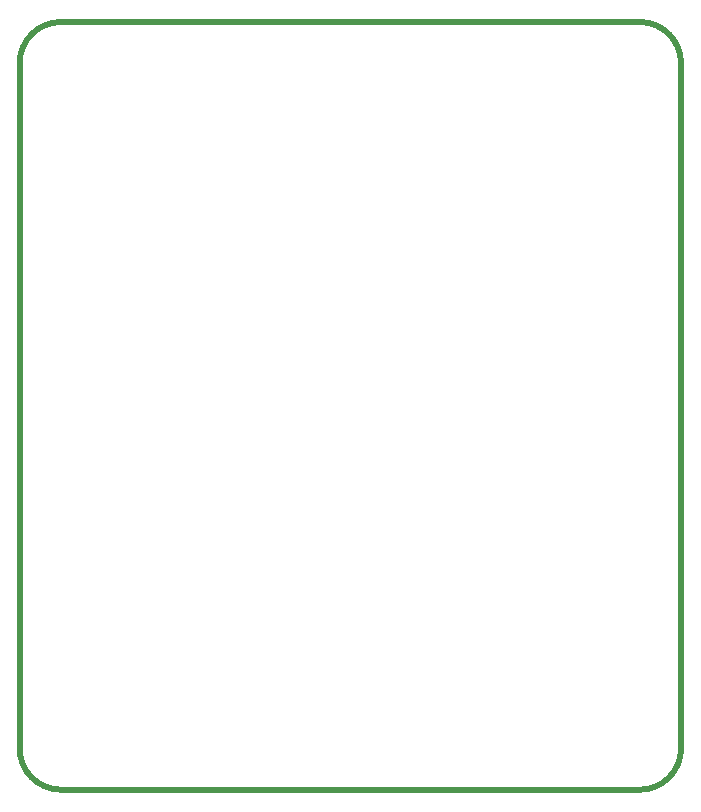
<source format=gbr>
G04 #@! TF.FileFunction,Profile,NP*
%FSLAX46Y46*%
G04 Gerber Fmt 4.6, Leading zero omitted, Abs format (unit mm)*
G04 Created by KiCad (PCBNEW 4.0.2-1.fc23-product) date Mon 23 May 2016 18:37:12 BST*
%MOMM*%
G01*
G04 APERTURE LIST*
%ADD10C,0.100000*%
%ADD11C,0.500000*%
G04 APERTURE END LIST*
D10*
D11*
X124070000Y-76100000D02*
G75*
G03X120570000Y-72600000I-3500000J0D01*
G01*
X124070000Y-134100000D02*
X124070000Y-76100000D01*
X71570000Y-72600000D02*
X120570000Y-72600000D01*
X68070000Y-134100000D02*
X68070000Y-76100000D01*
X71570000Y-137600000D02*
X120570000Y-137600000D01*
X120570000Y-137600000D02*
G75*
G03X124070000Y-134100000I0J3500000D01*
G01*
X71570000Y-72600000D02*
G75*
G03X68070000Y-76100000I0J-3500000D01*
G01*
X68070000Y-134100000D02*
G75*
G03X71570000Y-137600000I3500000J0D01*
G01*
M02*

</source>
